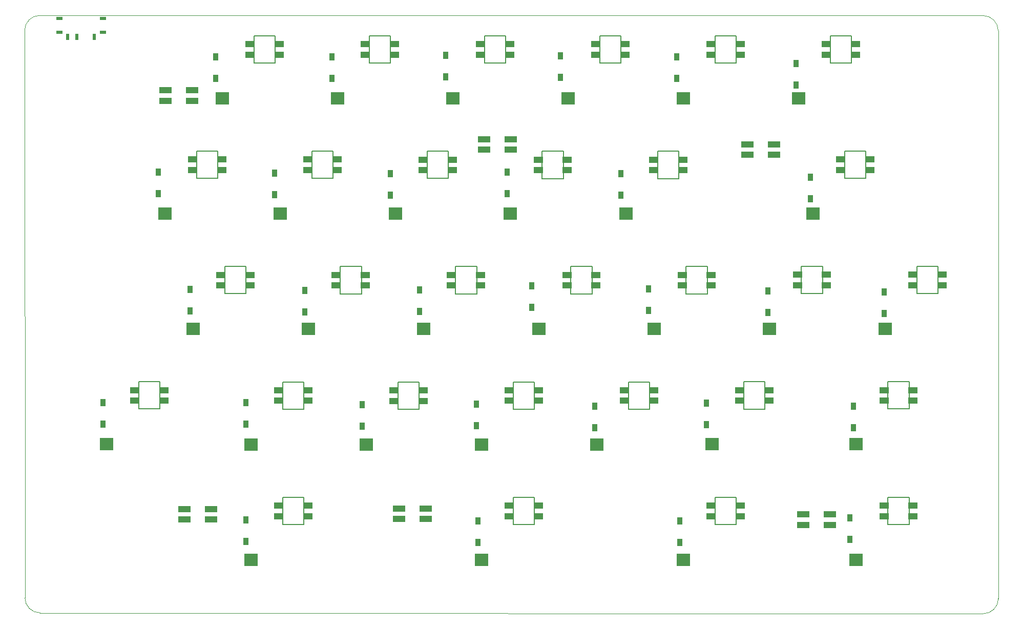
<source format=gtp>
G04 #@! TF.GenerationSoftware,KiCad,Pcbnew,(6.0.7)*
G04 #@! TF.CreationDate,2022-08-16T06:35:40+00:00*
G04 #@! TF.ProjectId,zzsplit-right,7a7a7370-6c69-4742-9d72-696768742e6b,rev?*
G04 #@! TF.SameCoordinates,Original*
G04 #@! TF.FileFunction,Paste,Top*
G04 #@! TF.FilePolarity,Positive*
%FSLAX46Y46*%
G04 Gerber Fmt 4.6, Leading zero omitted, Abs format (unit mm)*
G04 Created by KiCad (PCBNEW (6.0.7)) date 2022-08-16 06:35:40*
%MOMM*%
%LPD*%
G01*
G04 APERTURE LIST*
G04 #@! TA.AperFunction,Profile*
%ADD10C,0.150000*%
G04 #@! TD*
G04 #@! TA.AperFunction,Profile*
%ADD11C,0.100000*%
G04 #@! TD*
%ADD12R,1.600000X1.000000*%
%ADD13R,2.300000X2.000000*%
%ADD14R,0.950000X1.300000*%
%ADD15R,2.000000X1.000000*%
%ADD16R,1.100000X0.600000*%
%ADD17R,1.000000X0.600000*%
%ADD18R,0.600000X1.000000*%
G04 APERTURE END LIST*
D10*
X130560000Y-126630000D02*
X134060000Y-126630000D01*
X134060000Y-112070000D02*
X130560000Y-112070000D01*
X168670000Y-126640000D02*
X172170000Y-126640000D01*
D11*
X87924000Y-49490000D02*
X87964000Y-143250000D01*
D10*
X129320000Y-50370000D02*
X129320000Y-54870000D01*
X205540000Y-126630000D02*
X205540000Y-131130000D01*
D11*
X246333920Y-145889980D02*
X90464000Y-145750000D01*
D10*
X173460000Y-69460000D02*
X176960000Y-69460000D01*
X119820000Y-73940000D02*
X116320000Y-73940000D01*
X210290000Y-112060000D02*
X206790000Y-112060000D01*
X167410000Y-54890000D02*
X163910000Y-54890000D01*
X172170000Y-112070000D02*
X168670000Y-112070000D01*
X192520000Y-73960000D02*
X192520000Y-69460000D01*
X106750000Y-112050000D02*
X106750000Y-107550000D01*
X172170000Y-131140000D02*
X168670000Y-131140000D01*
X205520000Y-50390000D02*
X205520000Y-54890000D01*
X168670000Y-107570000D02*
X172170000Y-107570000D01*
X172170000Y-126640000D02*
X172170000Y-131140000D01*
X196020000Y-73960000D02*
X192520000Y-73960000D01*
X181690000Y-88510000D02*
X181690000Y-93010000D01*
X153130000Y-107580000D02*
X153130000Y-112080000D01*
X202020000Y-54890000D02*
X202020000Y-50390000D01*
X124520000Y-93000000D02*
X121020000Y-93000000D01*
X178190000Y-93010000D02*
X178190000Y-88510000D01*
D11*
X90424000Y-46990000D02*
G75*
G03*
X87924000Y-49490000I0J-2500000D01*
G01*
D10*
X219800000Y-92990000D02*
X216300000Y-92990000D01*
X202020000Y-50390000D02*
X205520000Y-50390000D01*
X134060000Y-107570000D02*
X134060000Y-112070000D01*
X130560000Y-107570000D02*
X134060000Y-107570000D01*
X149630000Y-107580000D02*
X153130000Y-107580000D01*
X226950000Y-73910000D02*
X223450000Y-73910000D01*
D11*
X246333920Y-145889980D02*
G75*
G03*
X248854000Y-143380000I10080J2509980D01*
G01*
D10*
X202040000Y-131130000D02*
X202040000Y-126630000D01*
X234110000Y-126630000D02*
X234110000Y-131130000D01*
X221060000Y-50370000D02*
X224560000Y-50370000D01*
X235370000Y-92980000D02*
X235370000Y-88480000D01*
X143580000Y-93010000D02*
X140080000Y-93010000D01*
D11*
X248824019Y-49520000D02*
X248854000Y-143380000D01*
D10*
X138870000Y-69440000D02*
X138870000Y-73940000D01*
X238870000Y-88480000D02*
X238870000Y-92980000D01*
X202040000Y-126630000D02*
X205540000Y-126630000D01*
X138870000Y-73940000D02*
X135370000Y-73940000D01*
X124520000Y-88500000D02*
X124520000Y-93000000D01*
X230610000Y-126630000D02*
X234110000Y-126630000D01*
X129320000Y-54870000D02*
X125820000Y-54870000D01*
X197240000Y-88510000D02*
X200740000Y-88510000D01*
X238870000Y-92980000D02*
X235370000Y-92980000D01*
X230600000Y-107550000D02*
X234100000Y-107550000D01*
X162630000Y-93010000D02*
X159130000Y-93010000D01*
X182960000Y-54890000D02*
X182960000Y-50390000D01*
X187730000Y-112070000D02*
X187730000Y-107570000D01*
X192520000Y-69460000D02*
X196020000Y-69460000D01*
X157920000Y-73950000D02*
X154420000Y-73950000D01*
X140080000Y-88510000D02*
X143580000Y-88510000D01*
X224560000Y-54870000D02*
X221060000Y-54870000D01*
X186460000Y-54890000D02*
X182960000Y-54890000D01*
X178190000Y-88510000D02*
X181690000Y-88510000D01*
X216300000Y-92990000D02*
X216300000Y-88490000D01*
X163910000Y-50390000D02*
X167410000Y-50390000D01*
X230610000Y-131130000D02*
X230610000Y-126630000D01*
X154420000Y-69450000D02*
X157920000Y-69450000D01*
X168670000Y-131140000D02*
X168670000Y-126640000D01*
X210290000Y-107560000D02*
X210290000Y-112060000D01*
X140080000Y-93010000D02*
X140080000Y-88510000D01*
X121020000Y-93000000D02*
X121020000Y-88500000D01*
X172170000Y-107570000D02*
X172170000Y-112070000D01*
X167410000Y-50390000D02*
X167410000Y-54890000D01*
X168670000Y-112070000D02*
X168670000Y-107570000D01*
X134060000Y-131130000D02*
X130560000Y-131130000D01*
X121020000Y-88500000D02*
X124520000Y-88500000D01*
X159130000Y-93010000D02*
X159130000Y-88510000D01*
X119820000Y-69440000D02*
X119820000Y-73940000D01*
X159130000Y-88510000D02*
X162630000Y-88510000D01*
X234110000Y-131130000D02*
X230610000Y-131130000D01*
X143580000Y-88510000D02*
X143580000Y-93010000D01*
X219800000Y-88490000D02*
X219800000Y-92990000D01*
X191230000Y-107570000D02*
X191230000Y-112070000D01*
X116320000Y-73940000D02*
X116320000Y-69440000D01*
X110250000Y-112050000D02*
X106750000Y-112050000D01*
X144860000Y-50390000D02*
X148360000Y-50390000D01*
X224560000Y-50370000D02*
X224560000Y-54870000D01*
X176960000Y-73960000D02*
X173460000Y-73960000D01*
X197240000Y-93010000D02*
X197240000Y-88510000D01*
D11*
X87964000Y-143250000D02*
G75*
G03*
X90464000Y-145750000I2500000J0D01*
G01*
D10*
X148360000Y-50390000D02*
X148360000Y-54890000D01*
X226950000Y-69410000D02*
X226950000Y-73910000D01*
X130560000Y-112070000D02*
X130560000Y-107570000D01*
X223450000Y-73910000D02*
X223450000Y-69410000D01*
X106750000Y-107550000D02*
X110250000Y-107550000D01*
X135370000Y-73940000D02*
X135370000Y-69440000D01*
X176960000Y-69460000D02*
X176960000Y-73960000D01*
X205540000Y-131130000D02*
X202040000Y-131130000D01*
X116320000Y-69440000D02*
X119820000Y-69440000D01*
X200740000Y-88510000D02*
X200740000Y-93010000D01*
X196020000Y-69460000D02*
X196020000Y-73960000D01*
X206790000Y-112060000D02*
X206790000Y-107560000D01*
X234100000Y-112050000D02*
X230600000Y-112050000D01*
X181690000Y-93010000D02*
X178190000Y-93010000D01*
X191230000Y-112070000D02*
X187730000Y-112070000D01*
X187730000Y-107570000D02*
X191230000Y-107570000D01*
X200740000Y-93010000D02*
X197240000Y-93010000D01*
X235370000Y-88480000D02*
X238870000Y-88480000D01*
X148360000Y-54890000D02*
X144860000Y-54890000D01*
X134060000Y-126630000D02*
X134060000Y-131130000D01*
X153130000Y-112080000D02*
X149630000Y-112080000D01*
X154420000Y-73950000D02*
X154420000Y-69450000D01*
X162630000Y-88510000D02*
X162630000Y-93010000D01*
X221060000Y-54870000D02*
X221060000Y-50370000D01*
X186460000Y-50390000D02*
X186460000Y-54890000D01*
X110250000Y-107550000D02*
X110250000Y-112050000D01*
X206790000Y-107560000D02*
X210290000Y-107560000D01*
X135370000Y-69440000D02*
X138870000Y-69440000D01*
X163910000Y-54890000D02*
X163910000Y-50390000D01*
X125820000Y-50370000D02*
X129320000Y-50370000D01*
X149630000Y-112080000D02*
X149630000Y-107580000D01*
X157920000Y-69450000D02*
X157920000Y-73950000D01*
D11*
X248824019Y-49520000D02*
G75*
G03*
X246334000Y-47020001I-2500019J0D01*
G01*
D10*
X234100000Y-107550000D02*
X234100000Y-112050000D01*
X230600000Y-112050000D02*
X230600000Y-107550000D01*
X173460000Y-73960000D02*
X173460000Y-69460000D01*
X144860000Y-54890000D02*
X144860000Y-50390000D01*
X130560000Y-131130000D02*
X130560000Y-126630000D01*
X223450000Y-69410000D02*
X226950000Y-69410000D01*
X182960000Y-50390000D02*
X186460000Y-50390000D01*
D11*
X90424000Y-46990000D02*
X246334000Y-47020001D01*
D10*
X125820000Y-54870000D02*
X125820000Y-50370000D01*
X205520000Y-54890000D02*
X202020000Y-54890000D01*
X216300000Y-88490000D02*
X219800000Y-88490000D01*
D12*
X187110000Y-51765000D03*
X187110000Y-53515000D03*
X182310000Y-53515000D03*
X182310000Y-51765000D03*
D13*
X177710000Y-60720000D03*
D12*
X168060000Y-51765000D03*
X168060000Y-53515000D03*
X163260000Y-53515000D03*
X163260000Y-51765000D03*
D13*
X158660000Y-60720000D03*
D12*
X196670000Y-70835000D03*
X196670000Y-72585000D03*
X191870000Y-72585000D03*
X191870000Y-70835000D03*
D13*
X187270000Y-79790000D03*
D14*
X176500000Y-57235000D03*
X176500000Y-53685000D03*
X217830000Y-77325000D03*
X217830000Y-73775000D03*
D12*
X120470000Y-70815000D03*
X120470000Y-72565000D03*
X115670000Y-72565000D03*
X115670000Y-70815000D03*
D13*
X111070000Y-79770000D03*
D14*
X100838000Y-114551000D03*
X100838000Y-111001000D03*
D15*
X163830000Y-67435000D03*
X163830000Y-69185000D03*
X168230000Y-69185000D03*
X168230000Y-67435000D03*
D14*
X167640000Y-76451000D03*
X167640000Y-72901000D03*
X124460000Y-133915000D03*
X124460000Y-130365000D03*
X129210000Y-76630000D03*
X129210000Y-73080000D03*
D12*
X172820000Y-108945000D03*
X172820000Y-110695000D03*
X168020000Y-110695000D03*
X168020000Y-108945000D03*
D13*
X163420000Y-117900000D03*
D12*
X239520000Y-89855000D03*
X239520000Y-91605000D03*
X234720000Y-91605000D03*
X234720000Y-89855000D03*
D13*
X230120000Y-98810000D03*
D12*
X206190000Y-128005000D03*
X206190000Y-129755000D03*
X201390000Y-129755000D03*
X201390000Y-128005000D03*
D13*
X196790000Y-136960000D03*
D12*
X139520000Y-70815000D03*
X139520000Y-72565000D03*
X134720000Y-72565000D03*
X134720000Y-70815000D03*
D13*
X130120000Y-79770000D03*
D15*
X207380000Y-68305000D03*
X207380000Y-70055000D03*
X211780000Y-70055000D03*
X211780000Y-68305000D03*
D12*
X220450000Y-89865000D03*
X220450000Y-91615000D03*
X215650000Y-91615000D03*
X215650000Y-89865000D03*
D13*
X211050000Y-98820000D03*
D12*
X163280000Y-89885000D03*
X163280000Y-91635000D03*
X158480000Y-91635000D03*
X158480000Y-89885000D03*
D13*
X153880000Y-98840000D03*
D14*
X138684000Y-57401000D03*
X138684000Y-53851000D03*
D12*
X129970000Y-51755000D03*
X129970000Y-53505000D03*
X125170000Y-53505000D03*
X125170000Y-51755000D03*
D13*
X120570000Y-60710000D03*
D14*
X157480000Y-57147000D03*
X157480000Y-53597000D03*
D12*
X172820000Y-128015000D03*
X172820000Y-129765000D03*
X168020000Y-129765000D03*
X168020000Y-128015000D03*
D13*
X163420000Y-136970000D03*
D14*
X115220000Y-95845000D03*
X115220000Y-92295000D03*
X215460000Y-58475000D03*
X215460000Y-54925000D03*
D12*
X149010000Y-51765000D03*
X149010000Y-53515000D03*
X144210000Y-53515000D03*
X144210000Y-51765000D03*
D13*
X139610000Y-60720000D03*
D12*
X125170000Y-89875000D03*
X125170000Y-91625000D03*
X120370000Y-91625000D03*
X120370000Y-89875000D03*
D13*
X115770000Y-98830000D03*
D12*
X134720000Y-128015000D03*
X134720000Y-129765000D03*
X129920000Y-129765000D03*
X129920000Y-128015000D03*
D13*
X125320000Y-136970000D03*
D14*
X224282000Y-133601000D03*
X224282000Y-130051000D03*
D12*
X234760000Y-128005000D03*
X234760000Y-129755000D03*
X229960000Y-129755000D03*
X229960000Y-128005000D03*
D13*
X225360000Y-136960000D03*
D12*
X201390000Y-89885000D03*
X201390000Y-91635000D03*
X196590000Y-91635000D03*
X196590000Y-89885000D03*
D13*
X191990000Y-98840000D03*
D12*
X110900000Y-108925000D03*
X110900000Y-110675000D03*
X106100000Y-110675000D03*
X106100000Y-108925000D03*
D13*
X101500000Y-117880000D03*
D14*
X119530000Y-57415000D03*
X119530000Y-53865000D03*
X186436000Y-76705000D03*
X186436000Y-73155000D03*
D12*
X134710000Y-108945000D03*
X134710000Y-110695000D03*
X129910000Y-110695000D03*
X129910000Y-108945000D03*
D13*
X125310000Y-117900000D03*
D14*
X210770000Y-96055000D03*
X210770000Y-92505000D03*
D12*
X153780000Y-108955000D03*
X153780000Y-110705000D03*
X148980000Y-110705000D03*
X148980000Y-108955000D03*
D13*
X144380000Y-117910000D03*
D12*
X210940000Y-108935000D03*
X210940000Y-110685000D03*
X206140000Y-110685000D03*
X206140000Y-108935000D03*
D13*
X201540000Y-117890000D03*
D12*
X227600000Y-70795000D03*
X227600000Y-72545000D03*
X222800000Y-72545000D03*
X222800000Y-70795000D03*
D13*
X218200000Y-79750000D03*
D15*
X216580000Y-129485000D03*
X216580000Y-131235000D03*
X220980000Y-131235000D03*
X220980000Y-129485000D03*
D14*
X153160000Y-95895000D03*
X153160000Y-92345000D03*
X109982000Y-76451000D03*
X109982000Y-72901000D03*
D12*
X225210000Y-51755000D03*
X225210000Y-53505000D03*
X220410000Y-53505000D03*
X220410000Y-51755000D03*
D13*
X215810000Y-60710000D03*
D14*
X196200000Y-134135000D03*
X196200000Y-130585000D03*
X229940000Y-96255000D03*
X229940000Y-92705000D03*
X182170000Y-115175000D03*
X182170000Y-111625000D03*
X191008000Y-95755000D03*
X191008000Y-92205000D03*
D12*
X206170000Y-51765000D03*
X206170000Y-53515000D03*
X201370000Y-53515000D03*
X201370000Y-51765000D03*
D13*
X196770000Y-60720000D03*
D12*
X177610000Y-70835000D03*
X177610000Y-72585000D03*
X172810000Y-72585000D03*
X172810000Y-70835000D03*
D13*
X168210000Y-79790000D03*
D15*
X149820000Y-128495000D03*
X149820000Y-130245000D03*
X154220000Y-130245000D03*
X154220000Y-128495000D03*
D14*
X195720000Y-57375000D03*
X195720000Y-53825000D03*
X162560000Y-114805000D03*
X162560000Y-111255000D03*
X171710000Y-95245000D03*
X171710000Y-91695000D03*
D15*
X114320000Y-128565000D03*
X114320000Y-130315000D03*
X118720000Y-130315000D03*
X118720000Y-128565000D03*
D12*
X144230000Y-89885000D03*
X144230000Y-91635000D03*
X139430000Y-91635000D03*
X139430000Y-89885000D03*
D13*
X134830000Y-98840000D03*
D15*
X111230000Y-59335000D03*
X111230000Y-61085000D03*
X115630000Y-61085000D03*
X115630000Y-59335000D03*
D14*
X148340000Y-76695000D03*
X148340000Y-73145000D03*
D12*
X191880000Y-108945000D03*
X191880000Y-110695000D03*
X187080000Y-110695000D03*
X187080000Y-108945000D03*
D13*
X182480000Y-117900000D03*
D12*
X234750000Y-108925000D03*
X234750000Y-110675000D03*
X229950000Y-110675000D03*
X229950000Y-108925000D03*
D13*
X225350000Y-117880000D03*
D16*
X93640000Y-47514500D03*
D17*
X93640000Y-49800500D03*
D16*
X100840000Y-49800500D03*
D17*
X100840000Y-47514500D03*
D18*
X99440000Y-50507500D03*
X96540000Y-50507500D03*
X95040000Y-50507500D03*
D14*
X124460000Y-114551000D03*
X124460000Y-111001000D03*
X134190000Y-95985000D03*
X134190000Y-92435000D03*
X200630000Y-114595000D03*
X200630000Y-111045000D03*
D12*
X158570000Y-70825000D03*
X158570000Y-72575000D03*
X153770000Y-72575000D03*
X153770000Y-70825000D03*
D13*
X149170000Y-79780000D03*
D14*
X143740000Y-114905000D03*
X143740000Y-111355000D03*
X224910000Y-115105000D03*
X224910000Y-111555000D03*
X162840000Y-134135000D03*
X162840000Y-130585000D03*
D12*
X182340000Y-89885000D03*
X182340000Y-91635000D03*
X177540000Y-91635000D03*
X177540000Y-89885000D03*
D13*
X172940000Y-98840000D03*
M02*

</source>
